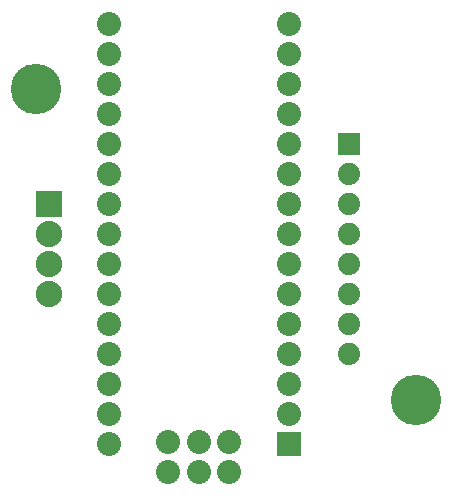
<source format=gts>
G04 MADE WITH FRITZING*
G04 WWW.FRITZING.ORG*
G04 DOUBLE SIDED*
G04 HOLES PLATED*
G04 CONTOUR ON CENTER OF CONTOUR VECTOR*
%ASAXBY*%
%FSLAX23Y23*%
%MOIN*%
%OFA0B0*%
%SFA1.0B1.0*%
%ADD10C,0.074000*%
%ADD11C,0.080000*%
%ADD12C,0.088000*%
%ADD13C,0.168110*%
%ADD14R,0.074000X0.074000*%
%ADD15R,0.079958X0.080000*%
%ADD16R,0.087944X0.087986*%
%LNMASK1*%
G90*
G70*
G54D10*
X1270Y1183D03*
X1270Y1083D03*
X1270Y983D03*
X1270Y883D03*
X1270Y783D03*
X1270Y683D03*
X1270Y583D03*
X1270Y483D03*
G54D11*
X1070Y183D03*
X1070Y283D03*
X1070Y383D03*
X1070Y483D03*
X1070Y583D03*
X1070Y683D03*
X1070Y783D03*
X1070Y883D03*
X1070Y983D03*
X1070Y1083D03*
X1070Y1183D03*
X1070Y1283D03*
X1070Y1383D03*
X1070Y1483D03*
X1070Y1583D03*
X470Y183D03*
X470Y283D03*
X470Y383D03*
X470Y483D03*
X470Y583D03*
X470Y683D03*
X470Y783D03*
X470Y883D03*
X470Y983D03*
X470Y1083D03*
X470Y1183D03*
X470Y1283D03*
X470Y1383D03*
X470Y1483D03*
X470Y1583D03*
X870Y88D03*
X870Y188D03*
X770Y88D03*
X770Y188D03*
X669Y88D03*
X669Y188D03*
G54D12*
X270Y983D03*
X270Y883D03*
X270Y783D03*
X270Y683D03*
G54D13*
X1494Y327D03*
X228Y1364D03*
G54D14*
X1270Y1183D03*
G54D15*
X1070Y183D03*
G54D16*
X270Y983D03*
G04 End of Mask1*
M02*
</source>
